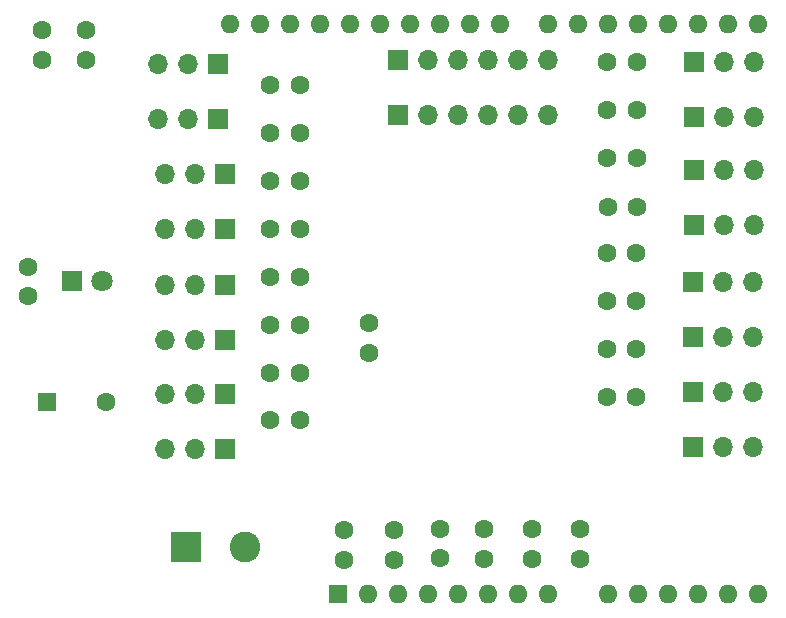
<source format=gbr>
%TF.GenerationSoftware,KiCad,Pcbnew,8.0.0*%
%TF.CreationDate,2024-03-18T09:38:17+09:00*%
%TF.ProjectId,240226_c1011_1_1_PCA9685,32343032-3236-45f6-9331-3031315f315f,rev?*%
%TF.SameCoordinates,Original*%
%TF.FileFunction,Soldermask,Bot*%
%TF.FilePolarity,Negative*%
%FSLAX46Y46*%
G04 Gerber Fmt 4.6, Leading zero omitted, Abs format (unit mm)*
G04 Created by KiCad (PCBNEW 8.0.0) date 2024-03-18 09:38:17*
%MOMM*%
%LPD*%
G01*
G04 APERTURE LIST*
%ADD10C,1.600000*%
%ADD11R,1.700000X1.700000*%
%ADD12O,1.700000X1.700000*%
%ADD13R,2.600000X2.600000*%
%ADD14C,2.600000*%
%ADD15R,1.800000X1.800000*%
%ADD16C,1.800000*%
%ADD17R,1.600000X1.600000*%
%ADD18O,1.600000X1.600000*%
G04 APERTURE END LIST*
D10*
%TO.C,R13G$1*%
X167150000Y-103375000D03*
X169650000Y-103375000D03*
%TD*%
%TO.C,R13G$11*%
X141125000Y-85125000D03*
X138625000Y-85125000D03*
%TD*%
%TO.C,R13G$15*%
X141145000Y-101339000D03*
X138645000Y-101339000D03*
%TD*%
%TO.C,R13G$13*%
X141145000Y-93239000D03*
X138645000Y-93239000D03*
%TD*%
%TO.C,R13G$7*%
X167195000Y-79131000D03*
X169695000Y-79131000D03*
%TD*%
%TO.C,R13G$9*%
X141125000Y-77025000D03*
X138625000Y-77025000D03*
%TD*%
D11*
%TO.C,J12*%
X134850000Y-89175000D03*
D12*
X132310000Y-89175000D03*
X129770000Y-89175000D03*
%TD*%
D10*
%TO.C,R2GS4*%
X123050000Y-72375000D03*
X123050000Y-74875000D03*
%TD*%
%TO.C,R13G$8*%
X167156500Y-75043000D03*
X169656500Y-75043000D03*
%TD*%
D11*
%TO.C,J18*%
X149450000Y-74875000D03*
D12*
X151990000Y-74875000D03*
X154530000Y-74875000D03*
X157070000Y-74875000D03*
X159610000Y-74875000D03*
X162150000Y-74875000D03*
%TD*%
D11*
%TO.C,J3*%
X174425000Y-98325000D03*
D12*
X176965000Y-98325000D03*
X179505000Y-98325000D03*
%TD*%
D11*
%TO.C,J17*%
X149450000Y-79525000D03*
D12*
X151990000Y-79525000D03*
X154530000Y-79525000D03*
X157070000Y-79525000D03*
X159610000Y-79525000D03*
X162150000Y-79525000D03*
%TD*%
D10*
%TO.C,R13G$10*%
X141125000Y-81075000D03*
X138625000Y-81075000D03*
%TD*%
D11*
%TO.C,J15*%
X134835000Y-103194000D03*
D12*
X132295000Y-103194000D03*
X129755000Y-103194000D03*
%TD*%
D11*
%TO.C,J16*%
X134835000Y-107844000D03*
D12*
X132295000Y-107844000D03*
X129755000Y-107844000D03*
%TD*%
D10*
%TO.C,R13G$16*%
X141145000Y-105389000D03*
X138645000Y-105389000D03*
%TD*%
%TO.C,R13G$6*%
X167195000Y-83181000D03*
X169695000Y-83181000D03*
%TD*%
%TO.C,R1G$5*%
X160800000Y-114625000D03*
X160800000Y-117125000D03*
%TD*%
%TO.C,R1G$1*%
X153000000Y-114575000D03*
X153000000Y-117075000D03*
%TD*%
D11*
%TO.C,J6*%
X174485000Y-84225000D03*
D12*
X177025000Y-84225000D03*
X179565000Y-84225000D03*
%TD*%
D10*
%TO.C,R1G$3*%
X149150000Y-114675000D03*
X149150000Y-117175000D03*
%TD*%
D11*
%TO.C,J13*%
X134835000Y-93894000D03*
D12*
X132295000Y-93894000D03*
X129755000Y-93894000D03*
%TD*%
D11*
%TO.C,J4*%
X174425000Y-93675000D03*
D12*
X176965000Y-93675000D03*
X179505000Y-93675000D03*
%TD*%
D10*
%TO.C,R13G$3*%
X167150000Y-95275000D03*
X169650000Y-95275000D03*
%TD*%
D13*
%TO.C,J19*%
X131500000Y-116075000D03*
D14*
X136500000Y-116075000D03*
%TD*%
D11*
%TO.C,J11*%
X134850000Y-84525000D03*
D12*
X132310000Y-84525000D03*
X129770000Y-84525000D03*
%TD*%
D11*
%TO.C,J8*%
X174485000Y-75032000D03*
D12*
X177025000Y-75032000D03*
X179565000Y-75032000D03*
%TD*%
D10*
%TO.C,R1G$2*%
X144900000Y-114675000D03*
X144900000Y-117175000D03*
%TD*%
%TO.C,R1*%
X147000000Y-99675000D03*
X147000000Y-97175000D03*
%TD*%
%TO.C,R13G$14*%
X141145000Y-97289000D03*
X138645000Y-97289000D03*
%TD*%
%TO.C,R2G$3*%
X119350000Y-72375000D03*
X119350000Y-74875000D03*
%TD*%
D11*
%TO.C,J14*%
X134835000Y-98544000D03*
D12*
X132295000Y-98544000D03*
X129755000Y-98544000D03*
%TD*%
D15*
%TO.C,D1*%
X121860000Y-93575000D03*
D16*
X124400000Y-93575000D03*
%TD*%
D10*
%TO.C,R13G$12*%
X141125000Y-89175000D03*
X138625000Y-89175000D03*
%TD*%
%TO.C,R10*%
X118150000Y-94875000D03*
X118150000Y-92375000D03*
%TD*%
D11*
%TO.C,J9*%
X134250000Y-75225000D03*
D12*
X131710000Y-75225000D03*
X129170000Y-75225000D03*
%TD*%
D10*
%TO.C,R1G$6*%
X156750000Y-114625000D03*
X156750000Y-117125000D03*
%TD*%
D11*
%TO.C,J1*%
X174425000Y-107625000D03*
D12*
X176965000Y-107625000D03*
X179505000Y-107625000D03*
%TD*%
D10*
%TO.C,R1G$4*%
X164850000Y-114625000D03*
X164850000Y-117125000D03*
%TD*%
D11*
%TO.C,J7*%
X174485000Y-79682000D03*
D12*
X177025000Y-79682000D03*
X179565000Y-79682000D03*
%TD*%
D17*
%TO.C,C1*%
X119750000Y-103825000D03*
D10*
X124750000Y-103825000D03*
%TD*%
D11*
%TO.C,J5*%
X174485000Y-88875000D03*
D12*
X177025000Y-88875000D03*
X179565000Y-88875000D03*
%TD*%
D10*
%TO.C,R13G$4*%
X167150000Y-91225000D03*
X169650000Y-91225000D03*
%TD*%
%TO.C,R13G$5*%
X167235000Y-87325000D03*
X169735000Y-87325000D03*
%TD*%
D11*
%TO.C,J10*%
X134250000Y-79875000D03*
D12*
X131710000Y-79875000D03*
X129170000Y-79875000D03*
%TD*%
D10*
%TO.C,R13G$2*%
X167150000Y-99325000D03*
X169650000Y-99325000D03*
%TD*%
D11*
%TO.C,J2*%
X174425000Y-102975000D03*
D12*
X176965000Y-102975000D03*
X179505000Y-102975000D03*
%TD*%
D17*
%TO.C,A1*%
X144370000Y-120075000D03*
D18*
X146910000Y-120075000D03*
X149450000Y-120075000D03*
X151990000Y-120075000D03*
X154530000Y-120075000D03*
X157070000Y-120075000D03*
X159610000Y-120075000D03*
X162150000Y-120075000D03*
X167230000Y-120075000D03*
X169770000Y-120075000D03*
X172310000Y-120075000D03*
X174850000Y-120075000D03*
X177390000Y-120075000D03*
X179930000Y-120075000D03*
X179930000Y-71815000D03*
X177390000Y-71815000D03*
X174850000Y-71815000D03*
X172310000Y-71815000D03*
X169770000Y-71815000D03*
X167230000Y-71815000D03*
X164690000Y-71815000D03*
X162150000Y-71815000D03*
X158090000Y-71815000D03*
X155550000Y-71815000D03*
X153010000Y-71815000D03*
X150470000Y-71815000D03*
X147930000Y-71815000D03*
X145390000Y-71815000D03*
X142850000Y-71815000D03*
X140310000Y-71815000D03*
X137770000Y-71815000D03*
X135230000Y-71815000D03*
%TD*%
M02*

</source>
